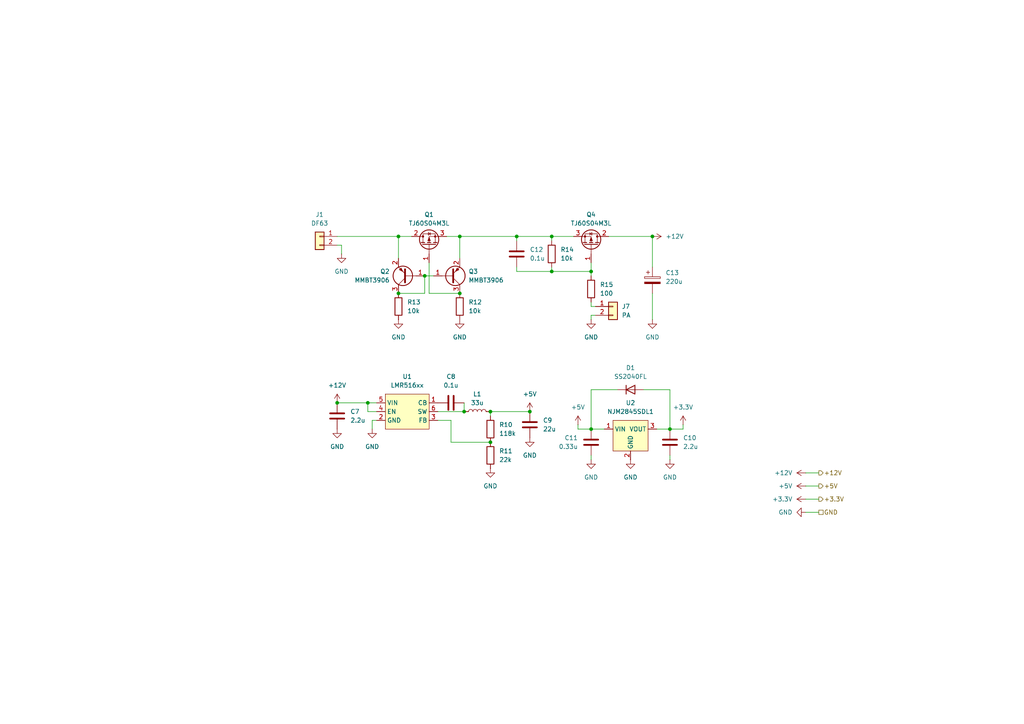
<source format=kicad_sch>
(kicad_sch (version 20250114) (generator "eeschema") (generator_version "9.0")
  (paper "A4")
  (lib_symbols
    (symbol "Connector_Generic:Conn_01x02" (pin_names (offset 1.016) (hide yes))
      (property "Reference" "J" (at 0 2.54 0))
      (property "Value" "Conn_01x02" (at 0 -5.08 0))
      (symbol "Conn_01x02_1_1"
        (rectangle (start -1.27 1.27) (end 1.27 -3.81) (stroke (width 0.254)) (fill (type background)))
        (rectangle (start -1.27 0.127) (end 0 -0.127) (stroke (width 0.1524)))
        (rectangle (start -1.27 -2.413) (end 0 -2.667) (stroke (width 0.1524)))
        (pin passive line (at -5.08 0 0) (length 3.81) (name "Pin_1") (number "1"))
        (pin passive line (at -5.08 -2.54 0) (length 3.81) (name "Pin_2") (number "2"))
      )
    )
    (symbol "Device:C" (pin_numbers (hide yes)) (pin_names (offset 0.254))
      (property "Reference" "C" (at 0.635 2.54 0))
      (property "Value" "C" (at 0.635 -2.54 0))
      (symbol "C_0_1"
        (polyline (pts (xy -2.032 0.762) (xy 2.032 0.762)) (stroke (width 0.508)))
        (polyline (pts (xy -2.032 -0.762) (xy 2.032 -0.762)) (stroke (width 0.508)))
      )
      (symbol "C_1_1"
        (pin passive line (at 0 3.81 270) (length 2.794) (name "~") (number "1"))
        (pin passive line (at 0 -3.81 90) (length 2.794) (name "~") (number "2"))
      )
    )
    (symbol "Device:C_Polarized" (pin_numbers (hide yes)) (pin_names (offset 0.254))
      (property "Reference" "C" (at 0.635 2.54 0))
      (property "Value" "C_Polarized" (at 0.635 -2.54 0))
      (symbol "C_Polarized_0_1"
        (rectangle (start -2.286 0.508) (end 2.286 1.016))
        (polyline (pts (xy -1.778 2.286) (xy -0.762 2.286)))
        (polyline (pts (xy -1.27 2.794) (xy -1.27 1.778)))
        (rectangle (start 2.286 -0.508) (end -2.286 -1.016) (fill (type outline)))
      )
      (symbol "C_Polarized_1_1"
        (pin passive line (at 0 3.81 270) (length 2.794) (name "~") (number "1"))
        (pin passive line (at 0 -3.81 90) (length 2.794) (name "~") (number "2"))
      )
    )
    (symbol "Device:D" (pin_numbers (hide yes)) (pin_names (offset 1.016) (hide yes))
      (property "Reference" "D" (at 0 2.54 0))
      (property "Value" "D" (at 0 -2.54 0))
      (symbol "D_0_1"
        (polyline (pts (xy -1.27 1.27) (xy -1.27 -1.27)) (stroke (width 0.254)))
        (polyline (pts (xy 1.27 1.27) (xy 1.27 -1.27) (xy -1.27 0) (xy 1.27 1.27)) (stroke (width 0.254)))
        (polyline (pts (xy 1.27 0) (xy -1.27 0)))
      )
      (symbol "D_1_1"
        (pin passive line (at -3.81 0 0) (length 2.54) (name "K") (number "1"))
        (pin passive line (at 3.81 0 180) (length 2.54) (name "A") (number "2"))
      )
    )
    (symbol "Device:L" (pin_numbers (hide yes)) (pin_names (offset 1.016) (hide yes))
      (property "Reference" "L" (at -1.27 0 90))
      (property "Value" "L" (at 1.905 0 90))
      (symbol "L_0_1"
        (arc (start 0 2.54) (mid 0.6323 1.905) (end 0 1.27))
        (arc (start 0 1.27) (mid 0.6323 0.635) (end 0 0))
        (arc (start 0 0) (mid 0.6323 -0.635) (end 0 -1.27))
        (arc (start 0 -1.27) (mid 0.6323 -1.905) (end 0 -2.54))
      )
      (symbol "L_1_1"
        (pin passive line (at 0 3.81 270) (length 1.27) (name "1") (number "1"))
        (pin passive line (at 0 -3.81 90) (length 1.27) (name "2") (number "2"))
      )
    )
    (symbol "Device:R" (pin_numbers (hide yes)) (pin_names (offset 0))
      (property "Reference" "R" (at 2.032 0 90))
      (property "Value" "R" (at 0 0 90))
      (symbol "R_0_1"
        (rectangle (start -1.016 -2.54) (end 1.016 2.54) (stroke (width 0.254)))
      )
      (symbol "R_1_1"
        (pin passive line (at 0 3.81 270) (length 1.27) (name "~") (number "1"))
        (pin passive line (at 0 -3.81 90) (length 1.27) (name "~") (number "2"))
      )
    )
    (symbol "Transistor_BJT:MMBT3906" (pin_names (offset 0) (hide yes))
      (property "Reference" "Q" (at 5.08 1.905 0))
      (property "Value" "MMBT3906" (at 5.08 0 0))
      (symbol "MMBT3906_0_1"
        (polyline (pts (xy -2.54 0) (xy 0.635 0)))
        (polyline (pts (xy 0.635 1.905) (xy 0.635 -1.905)) (stroke (width 0.508)))
        (polyline (pts (xy 0.635 0.635) (xy 2.54 2.54)))
        (polyline (pts (xy 0.635 -0.635) (xy 2.54 -2.54)))
        (circle (center 1.27 0) (radius 2.8194) (stroke (width 0.254)))
        (polyline (pts (xy 2.286 -1.778) (xy 1.778 -2.286) (xy 1.27 -1.27) (xy 2.286 -1.778)) (fill (type outline)))
      )
      (symbol "MMBT3906_1_1"
        (pin input line (at -5.08 0 0) (length 2.54) (name "B") (number "1"))
        (pin passive line (at 2.54 5.08 270) (length 2.54) (name "C") (number "3"))
        (pin passive line (at 2.54 -5.08 90) (length 2.54) (name "E") (number "2"))
      )
    )
    (symbol "Transistor_FET:Q_PMOS_GDS" (pin_names (offset 0) (hide yes))
      (property "Reference" "Q" (at 5.08 1.905 0))
      (property "Value" "Q_PMOS_GDS" (at 5.08 0 0))
      (symbol "Q_PMOS_GDS_0_1"
        (polyline (pts (xy 0.254 1.905) (xy 0.254 -1.905)) (stroke (width 0.254)))
        (polyline (pts (xy 0.254 0) (xy -2.54 0)))
        (polyline (pts (xy 0.762 2.286) (xy 0.762 1.27)) (stroke (width 0.254)))
        (polyline (pts (xy 0.762 1.778) (xy 3.302 1.778) (xy 3.302 -1.778) (xy 0.762 -1.778)))
        (polyline (pts (xy 0.762 0.508) (xy 0.762 -0.508)) (stroke (width 0.254)))
        (polyline (pts (xy 0.762 -1.27) (xy 0.762 -2.286)) (stroke (width 0.254)))
        (circle (center 1.651 0) (radius 2.794) (stroke (width 0.254)))
        (polyline (pts (xy 2.286 0) (xy 1.27 0.381) (xy 1.27 -0.381) (xy 2.286 0)) (fill (type outline)))
        (polyline (pts (xy 2.54 2.54) (xy 2.54 1.778)))
        (circle (center 2.54 1.778) (radius 0.254) (fill (type outline)))
        (circle (center 2.54 -1.778) (radius 0.254) (fill (type outline)))
        (polyline (pts (xy 2.54 -2.54) (xy 2.54 0) (xy 0.762 0)))
        (polyline (pts (xy 2.921 -0.381) (xy 3.683 -0.381)))
        (polyline (pts (xy 3.302 -0.381) (xy 2.921 0.254) (xy 3.683 0.254) (xy 3.302 -0.381)))
      )
      (symbol "Q_PMOS_GDS_1_1"
        (pin input line (at -5.08 0 0) (length 2.54) (name "G") (number "1"))
        (pin passive line (at 2.54 5.08 270) (length 2.54) (name "D") (number "2"))
        (pin passive line (at 2.54 -5.08 90) (length 2.54) (name "S") (number "3"))
      )
    )
    (symbol "mylib:LMR51610"
      (property "Reference" "U" (at 0 8.382 0))
      (property "Value" "LMR516xx" (at 0 6.35 0))
      (symbol "LMR51610_1_1"
        (rectangle (start -6.35 5.08) (end 6.35 -5.08) (fill (type background)))
        (pin power_in line (at -8.89 2.54 0) (length 2.54) (name "VIN") (number "5"))
        (pin input line (at -8.89 0 0) (length 2.54) (name "EN") (number "4"))
        (pin power_in line (at -8.89 -2.54 0) (length 2.54) (name "GND") (number "2"))
        (pin input line (at 8.89 2.54 180) (length 2.54) (name "CB") (number "1"))
        (pin power_out line (at 8.89 0 180) (length 2.54) (name "SW") (number "6"))
        (pin input line (at 8.89 -2.54 180) (length 2.54) (name "FB") (number "3"))
      )
    )
    (symbol "mylib:NJM2845"
      (property "Reference" "U" (at 0 1.016 0))
      (property "Value" "NJM2845SDL1" (at 0 0 0))
      (symbol "NJM2845_1_1"
        (rectangle (start -5.08 0) (end 5.08 -8.89) (fill (type background)))
        (pin power_in line (at -7.62 -2.54 0) (length 2.54) (name "VIN") (number "1"))
        (pin power_in line (at 0 -11.43 90) (length 2.54) (name "GND") (number "2"))
        (pin power_out line (at 7.62 -2.54 180) (length 2.54) (name "VOUT") (number "3"))
      )
    )
    (symbol "power:+12V" (power) (pin_numbers (hide yes)) (pin_names (offset 0) (hide yes))
      (property "Value" "+12V" (at 0 3.556 0))
      (symbol "+12V_0_1"
        (polyline (pts (xy -0.762 1.27) (xy 0 2.54)))
        (polyline (pts (xy 0 2.54) (xy 0.762 1.27)))
        (polyline (pts (xy 0 0) (xy 0 2.54)))
      )
      (symbol "+12V_1_1"
        (pin power_in line (at 0 0 90) (length 0) (name "~") (number "1"))
      )
    )
    (symbol "power:+3.3V" (power) (pin_numbers (hide yes)) (pin_names (offset 0) (hide yes))
      (property "Value" "+3.3V" (at 0 3.556 0))
      (symbol "+3.3V_0_1"
        (polyline (pts (xy -0.762 1.27) (xy 0 2.54)))
        (polyline (pts (xy 0 2.54) (xy 0.762 1.27)))
        (polyline (pts (xy 0 0) (xy 0 2.54)))
      )
      (symbol "+3.3V_1_1"
        (pin power_in line (at 0 0 90) (length 0) (name "~") (number "1"))
      )
    )
    (symbol "power:+5V" (power) (pin_numbers (hide yes)) (pin_names (offset 0) (hide yes))
      (property "Value" "+5V" (at 0 3.556 0))
      (symbol "+5V_0_1"
        (polyline (pts (xy -0.762 1.27) (xy 0 2.54)))
        (polyline (pts (xy 0 2.54) (xy 0.762 1.27)))
        (polyline (pts (xy 0 0) (xy 0 2.54)))
      )
      (symbol "+5V_1_1"
        (pin power_in line (at 0 0 90) (length 0) (name "~") (number "1"))
      )
    )
    (symbol "power:GND" (power) (pin_numbers (hide yes)) (pin_names (offset 0) (hide yes))
      (property "Value" "GND" (at 0 -3.81 0))
      (symbol "GND_0_1"
        (polyline (pts (xy 0 0) (xy 0 -1.27) (xy 1.27 -1.27) (xy 0 -2.54) (xy -1.27 -1.27) (xy 0 -1.27)))
      )
      (symbol "GND_1_1"
        (pin power_in line (at 0 0 270) (length 0) (name "~") (number "1"))
      )
    )
  )
  (junction (at 160.02 78.74))
  (junction (at 133.35 68.58))
  (junction (at 153.67 119.38))
  (junction (at 134.62 119.38))
  (junction (at 133.35 85.09))
  (junction (at 115.57 68.58))
  (junction (at 106.68 116.84))
  (junction (at 142.24 128.27))
  (junction (at 123.19 80.01))
  (junction (at 142.24 119.38))
  (junction (at 160.02 68.58))
  (junction (at 194.31 124.46))
  (junction (at 171.45 78.74))
  (junction (at 189.23 68.58))
  (junction (at 171.45 124.46))
  (junction (at 149.86 68.58))
  (junction (at 115.57 85.09))
  (junction (at 97.79 116.84))
  (wire (pts (xy 127 119.38) (xy 134.62 119.38)))
  (wire (pts (xy 97.79 116.84) (xy 106.68 116.84)))
  (wire (pts (xy 106.68 116.84) (xy 109.22 116.84)))
  (wire (pts (xy 99.06 71.12) (xy 97.79 71.12)))
  (wire (pts (xy 233.68 140.97) (xy 237.49 140.97)))
  (wire (pts (xy 109.22 119.38) (xy 106.68 119.38)))
  (wire (pts (xy 233.68 144.78) (xy 237.49 144.78)))
  (wire (pts (xy 171.45 132.08) (xy 171.45 133.35)))
  (wire (pts (xy 123.19 80.01) (xy 125.73 80.01)))
  (wire (pts (xy 142.24 119.38) (xy 153.67 119.38)))
  (wire (pts (xy 130.81 121.92) (xy 130.81 128.27)))
  (wire (pts (xy 149.86 68.58) (xy 160.02 68.58)))
  (wire (pts (xy 130.81 128.27) (xy 142.24 128.27)))
  (wire (pts (xy 107.95 124.46) (xy 107.95 121.92)))
  (wire (pts (xy 160.02 77.47) (xy 160.02 78.74)))
  (wire (pts (xy 190.5 124.46) (xy 194.31 124.46)))
  (wire (pts (xy 124.46 85.09) (xy 133.35 85.09)))
  (wire (pts (xy 160.02 68.58) (xy 160.02 69.85)))
  (wire (pts (xy 198.12 124.46) (xy 194.31 124.46)))
  (wire (pts (xy 124.46 76.2) (xy 124.46 85.09)))
  (wire (pts (xy 123.19 80.01) (xy 123.19 85.09)))
  (wire (pts (xy 189.23 77.47) (xy 189.23 68.58)))
  (wire (pts (xy 123.19 85.09) (xy 115.57 85.09)))
  (wire (pts (xy 172.72 88.9) (xy 171.45 88.9)))
  (wire (pts (xy 133.35 68.58) (xy 133.35 74.93)))
  (wire (pts (xy 171.45 91.44) (xy 172.72 91.44)))
  (wire (pts (xy 134.62 116.84) (xy 134.62 119.38)))
  (wire (pts (xy 233.68 137.16) (xy 237.49 137.16)))
  (wire (pts (xy 149.86 78.74) (xy 160.02 78.74)))
  (wire (pts (xy 171.45 113.03) (xy 179.07 113.03)))
  (wire (pts (xy 189.23 68.58) (xy 176.53 68.58)))
  (wire (pts (xy 194.31 113.03) (xy 194.31 124.46)))
  (wire (pts (xy 194.31 132.08) (xy 194.31 133.35)))
  (wire (pts (xy 127 121.92) (xy 130.81 121.92)))
  (wire (pts (xy 186.69 113.03) (xy 194.31 113.03)))
  (wire (pts (xy 171.45 87.63) (xy 171.45 88.9)))
  (wire (pts (xy 167.64 124.46) (xy 171.45 124.46)))
  (wire (pts (xy 149.86 68.58) (xy 149.86 69.85)))
  (wire (pts (xy 99.06 73.66) (xy 99.06 71.12)))
  (wire (pts (xy 106.68 119.38) (xy 106.68 116.84)))
  (wire (pts (xy 167.64 123.19) (xy 167.64 124.46)))
  (wire (pts (xy 133.35 68.58) (xy 129.54 68.58)))
  (wire (pts (xy 160.02 68.58) (xy 166.37 68.58)))
  (wire (pts (xy 171.45 92.71) (xy 171.45 91.44)))
  (wire (pts (xy 97.79 68.58) (xy 115.57 68.58)))
  (wire (pts (xy 171.45 124.46) (xy 171.45 113.03)))
  (wire (pts (xy 171.45 124.46) (xy 175.26 124.46)))
  (wire (pts (xy 107.95 121.92) (xy 109.22 121.92)))
  (wire (pts (xy 115.57 68.58) (xy 119.38 68.58)))
  (wire (pts (xy 189.23 85.09) (xy 189.23 92.71)))
  (wire (pts (xy 133.35 68.58) (xy 149.86 68.58)))
  (wire (pts (xy 233.68 148.59) (xy 237.49 148.59)))
  (wire (pts (xy 142.24 119.38) (xy 142.24 120.65)))
  (wire (pts (xy 149.86 77.47) (xy 149.86 78.74)))
  (wire (pts (xy 171.45 78.74) (xy 171.45 76.2)))
  (wire (pts (xy 198.12 123.19) (xy 198.12 124.46)))
  (wire (pts (xy 171.45 78.74) (xy 171.45 80.01)))
  (wire (pts (xy 160.02 78.74) (xy 171.45 78.74)))
  (wire (pts (xy 115.57 74.93) (xy 115.57 68.58)))
  (hierarchical_label "+5V" (shape output) (at 237.49 140.97 0))
  (hierarchical_label "+3.3V" (shape output) (at 237.49 144.78 0))
  (hierarchical_label "+12V" (shape output) (at 237.49 137.16 0))
  (hierarchical_label "GND" (shape passive) (at 237.49 148.59 0))
  (symbol (lib_id "power:GND") (at 115.57 92.71 0) (unit 1)
    (property "Reference" "#PWR051" (effects (hide yes)))
    (property "Value" "GND" (at 115.57 97.79 0))
    (property "Description" "Power symbol creates a global label with name \"GND\" , ground" (effects (hide yes)))
  )
  (symbol (lib_id "Connector_Generic:Conn_01x02") (at 92.71 68.58 0) (mirror y) (unit 1)
    (property "Reference" "J1" (at 92.71 62.23 0))
    (property "Value" "DF63" (at 92.71 64.77 0))
    (property "Footprint" "mylib:DF63M-2P-3.96DS" (effects (hide yes)))
    (property "Description" "Generic connector, single row, 01x02, script generated (kicad-library-utils/schlib/autogen/connector/)" (effects (hide yes)))
  )
  (symbol (lib_id "power:+5V") (at 167.64 123.19 0) (unit 1)
    (property "Reference" "#PWR046" (effects (hide yes)))
    (property "Value" "+5V" (at 167.64 118.11 0))
    (property "Description" "Power symbol creates a global label with name \"+5V\"" (effects (hide yes)))
  )
  (symbol (lib_id "power:GND") (at 182.88 133.35 0) (unit 1)
    (property "Reference" "#PWR048" (effects (hide yes)))
    (property "Value" "GND" (at 182.88 138.43 0))
    (property "Description" "Power symbol creates a global label with name \"GND\" , ground" (effects (hide yes)))
  )
  (symbol (lib_id "Device:R") (at 142.24 124.46 0) (unit 1)
    (property "Reference" "R10" (at 144.78 123.1899 0) (effects (justify left)))
    (property "Value" "118k" (at 144.78 125.7299 0) (effects (justify left)))
    (property "Footprint" "Resistor_SMD:R_0402_1005Metric" (effects (hide yes)))
    (property "Description" "Resistor" (effects (hide yes)))
  )
  (symbol (lib_id "Device:R") (at 160.02 73.66 0) (unit 1)
    (property "Reference" "R14" (at 162.56 72.3899 0) (effects (justify left)))
    (property "Value" "10k" (at 162.56 74.9299 0) (effects (justify left)))
    (property "Footprint" "Resistor_SMD:R_0603_1608Metric_Pad0.98x0.95mm_HandSolder" (effects (hide yes)))
    (property "Description" "Resistor" (effects (hide yes)))
  )
  (symbol (lib_id "power:+12V") (at 189.23 68.58 270) (unit 1)
    (property "Reference" "#PWR056" (effects (hide yes)))
    (property "Value" "+12V" (at 193.04 68.5799 90) (effects (justify left)))
    (property "Description" "Power symbol creates a global label with name \"+12V\"" (effects (hide yes)))
  )
  (symbol (lib_id "power:GND") (at 133.35 92.71 0) (unit 1)
    (property "Reference" "#PWR052" (effects (hide yes)))
    (property "Value" "GND" (at 133.35 97.79 0))
    (property "Description" "Power symbol creates a global label with name \"GND\" , ground" (effects (hide yes)))
  )
  (symbol (lib_id "power:GND") (at 107.95 124.46 0) (unit 1)
    (property "Reference" "#PWR041" (effects (hide yes)))
    (property "Value" "GND" (at 107.95 129.54 0))
    (property "Description" "Power symbol creates a global label with name \"GND\" , ground" (effects (hide yes)))
  )
  (symbol (lib_id "power:GND") (at 194.31 133.35 0) (unit 1)
    (property "Reference" "#PWR049" (effects (hide yes)))
    (property "Value" "GND" (at 194.31 138.43 0))
    (property "Description" "Power symbol creates a global label with name \"GND\" , ground" (effects (hide yes)))
  )
  (symbol (lib_id "Transistor_BJT:MMBT3906") (at 118.11 80.01 180) (unit 1)
    (property "Reference" "Q2" (at 113.03 78.7399 0) (effects (justify left)))
    (property "Value" "MMBT3906" (at 113.03 81.2799 0) (effects (justify left)))
    (property "Footprint" "Package_TO_SOT_SMD:SOT-23" (effects (hide yes)))
    (property "Datasheet" "https://www.onsemi.com/pdf/datasheet/pzt3906-d.pdf" (effects (hide yes)))
    (property "Description" "-0.2A Ic, -40V Vce, Small Signal PNP Transistor, SOT-23" (effects (hide yes)))
  )
  (symbol (lib_id "Transistor_FET:Q_PMOS_GDS") (at 171.45 71.12 270) (mirror x) (unit 1)
    (property "Reference" "Q4" (at 171.45 62.23 90))
    (property "Value" "TJ60S04M3L" (at 171.45 64.77 90))
    (property "Footprint" "Package_TO_SOT_SMD:TO-252-2" (effects (hide yes)))
    (property "Description" "P-MOSFET transistor, gate/drain/source" (effects (hide yes)))
  )
  (symbol (lib_id "Device:C") (at 153.67 123.19 0) (unit 1)
    (property "Reference" "C9" (at 157.48 121.9199 0) (effects (justify left)))
    (property "Value" "22u" (at 157.48 124.4599 0) (effects (justify left)))
    (property "Footprint" "Capacitor_SMD:C_0805_2012Metric" (effects (hide yes)))
    (property "Description" "Unpolarized capacitor" (effects (hide yes)))
  )
  (symbol (lib_id "power:GND") (at 171.45 133.35 0) (unit 1)
    (property "Reference" "#PWR050" (effects (hide yes)))
    (property "Value" "GND" (at 171.45 138.43 0))
    (property "Description" "Power symbol creates a global label with name \"GND\" , ground" (effects (hide yes)))
  )
  (symbol (lib_id "Device:D") (at 182.88 113.03 0) (unit 1)
    (property "Reference" "D1" (at 182.88 106.68 0))
    (property "Value" "SS2040FL" (at 182.88 109.22 0))
    (property "Footprint" "Diode_SMD:Nexperia_CFP3_SOD-123W" (effects (hide yes)))
    (property "Description" "Diode" (effects (hide yes)))
    (property "Sim.Device" "D" (effects (hide yes)))
    (property "Sim.Pins" "1=K 2=A" (effects (hide yes)))
  )
  (symbol (lib_id "power:+5V") (at 153.67 119.38 0) (unit 1)
    (property "Reference" "#PWR045" (effects (hide yes)))
    (property "Value" "+5V" (at 153.67 114.3 0))
    (property "Description" "Power symbol creates a global label with name \"+5V\"" (effects (hide yes)))
  )
  (symbol (lib_id "power:GND") (at 189.23 92.71 0) (unit 1)
    (property "Reference" "#PWR055" (effects (hide yes)))
    (property "Value" "GND" (at 189.23 97.79 0))
    (property "Description" "Power symbol creates a global label with name \"GND\" , ground" (effects (hide yes)))
  )
  (symbol (lib_id "Device:R") (at 115.57 88.9 0) (unit 1)
    (property "Reference" "R13" (at 118.11 87.6299 0) (effects (justify left)))
    (property "Value" "10k" (at 118.11 90.1699 0) (effects (justify left)))
    (property "Footprint" "Resistor_SMD:R_0402_1005Metric" (effects (hide yes)))
    (property "Description" "Resistor" (effects (hide yes)))
  )
  (symbol (lib_id "Device:C") (at 130.81 116.84 90) (unit 1)
    (property "Reference" "C8" (at 130.81 109.22 90))
    (property "Value" "0.1u" (at 130.81 111.76 90))
    (property "Footprint" "Capacitor_SMD:C_0402_1005Metric" (effects (hide yes)))
    (property "Description" "Unpolarized capacitor" (effects (hide yes)))
  )
  (symbol (lib_id "Device:R") (at 142.24 132.08 0) (unit 1)
    (property "Reference" "R11" (at 144.78 130.8099 0) (effects (justify left)))
    (property "Value" "22k" (at 144.78 133.3499 0) (effects (justify left)))
    (property "Footprint" "Resistor_SMD:R_0402_1005Metric" (effects (hide yes)))
    (property "Description" "Resistor" (effects (hide yes)))
  )
  (symbol (lib_id "Transistor_BJT:MMBT3906") (at 130.81 80.01 0) (mirror x) (unit 1)
    (property "Reference" "Q3" (at 135.89 78.7399 0) (effects (justify left)))
    (property "Value" "MMBT3906" (at 135.89 81.2799 0) (effects (justify left)))
    (property "Footprint" "Package_TO_SOT_SMD:SOT-23" (effects (hide yes)))
    (property "Datasheet" "https://www.onsemi.com/pdf/datasheet/pzt3906-d.pdf" (effects (hide yes)))
    (property "Description" "-0.2A Ic, -40V Vce, Small Signal PNP Transistor, SOT-23" (effects (hide yes)))
  )
  (symbol (lib_id "power:GND") (at 233.68 148.59 270) (unit 1)
    (property "Reference" "#PWR060" (effects (hide yes)))
    (property "Value" "GND" (at 229.87 148.5899 90) (effects (justify right)))
    (property "Description" "Power symbol creates a global label with name \"GND\" , ground" (effects (hide yes)))
  )
  (symbol (lib_id "Device:R") (at 171.45 83.82 0) (unit 1)
    (property "Reference" "R15" (at 173.99 82.5499 0) (effects (justify left)))
    (property "Value" "100" (at 173.99 85.0899 0) (effects (justify left)))
    (property "Footprint" "Resistor_SMD:R_0603_1608Metric_Pad0.98x0.95mm_HandSolder" (effects (hide yes)))
    (property "Description" "Resistor" (effects (hide yes)))
  )
  (symbol (lib_id "Device:C") (at 171.45 128.27 0) (mirror x) (unit 1)
    (property "Reference" "C11" (at 167.64 126.9999 0) (effects (justify right)))
    (property "Value" "0.33u" (at 167.64 129.5399 0) (effects (justify right)))
    (property "Footprint" "Capacitor_SMD:C_0603_1608Metric_Pad1.08x0.95mm_HandSolder" (effects (hide yes)))
    (property "Description" "Unpolarized capacitor" (effects (hide yes)))
  )
  (symbol (lib_id "Device:L") (at 138.43 119.38 90) (unit 1)
    (property "Reference" "L1" (at 138.43 114.3 90))
    (property "Value" "33u" (at 138.43 116.84 90))
    (property "Footprint" "Inductor_SMD:L_APV_ANR5040" (effects (hide yes)))
    (property "Description" "Inductor" (effects (hide yes)))
  )
  (symbol (lib_id "Device:C") (at 149.86 73.66 180) (unit 1)
    (property "Reference" "C12" (at 153.67 72.3899 0) (effects (justify right)))
    (property "Value" "0.1u" (at 153.67 74.9299 0) (effects (justify right)))
    (property "Footprint" "Capacitor_SMD:C_0603_1608Metric_Pad1.08x0.95mm_HandSolder" (effects (hide yes)))
    (property "Description" "Unpolarized capacitor" (effects (hide yes)))
  )
  (symbol (lib_id "power:GND") (at 97.79 124.46 0) (unit 1)
    (property "Reference" "#PWR040" (effects (hide yes)))
    (property "Value" "GND" (at 97.79 129.54 0))
    (property "Description" "Power symbol creates a global label with name \"GND\" , ground" (effects (hide yes)))
  )
  (symbol (lib_id "Connector_Generic:Conn_01x02") (at 177.8 88.9 0) (unit 1)
    (property "Reference" "J7" (at 180.34 88.8999 0) (effects (justify left)))
    (property "Value" "PA" (at 180.34 91.4399 0) (effects (justify left)))
    (property "Footprint" "mylib:S02B-PASK-2" (effects (hide yes)))
    (property "Description" "Generic connector, single row, 01x02, script generated (kicad-library-utils/schlib/autogen/connector/)" (effects (hide yes)))
  )
  (symbol (lib_id "power:+5V") (at 233.68 140.97 90) (unit 1)
    (property "Reference" "#PWR058" (effects (hide yes)))
    (property "Value" "+5V" (at 229.87 140.9699 90) (effects (justify left)))
    (property "Description" "Power symbol creates a global label with name \"+5V\"" (effects (hide yes)))
  )
  (symbol (lib_id "power:+3.3V") (at 233.68 144.78 90) (unit 1)
    (property "Reference" "#PWR059" (effects (hide yes)))
    (property "Value" "+3.3V" (at 229.87 144.7799 90) (effects (justify left)))
    (property "Description" "Power symbol creates a global label with name \"+3.3V\"" (effects (hide yes)))
  )
  (symbol (lib_id "power:GND") (at 142.24 135.89 0) (unit 1)
    (property "Reference" "#PWR043" (effects (hide yes)))
    (property "Value" "GND" (at 142.24 140.97 0))
    (property "Description" "Power symbol creates a global label with name \"GND\" , ground" (effects (hide yes)))
  )
  (symbol (lib_id "power:+3.3V") (at 198.12 123.19 0) (unit 1)
    (property "Reference" "#PWR047" (effects (hide yes)))
    (property "Value" "+3.3V" (at 198.12 118.11 0))
    (property "Description" "Power symbol creates a global label with name \"+3.3V\"" (effects (hide yes)))
  )
  (symbol (lib_id "power:GND") (at 99.06 73.66 0) (unit 1)
    (property "Reference" "#PWR053" (effects (hide yes)))
    (property "Value" "GND" (at 99.06 78.74 0))
    (property "Description" "Power symbol creates a global label with name \"GND\" , ground" (effects (hide yes)))
  )
  (symbol (lib_id "mylib:LMR51610") (at 118.11 119.38 0) (unit 1)
    (property "Reference" "U1" (at 118.11 109.22 0))
    (property "Value" "LMR516xx" (at 118.11 111.76 0))
    (property "Footprint" "Package_TO_SOT_SMD:SOT-23-6" (effects (hide yes)))
  )
  (symbol (lib_id "power:GND") (at 153.67 127 0) (unit 1)
    (property "Reference" "#PWR044" (effects (hide yes)))
    (property "Value" "GND" (at 153.67 132.08 0))
    (property "Description" "Power symbol creates a global label with name \"GND\" , ground" (effects (hide yes)))
  )
  (symbol (lib_id "Device:C") (at 194.31 128.27 180) (unit 1)
    (property "Reference" "C10" (at 198.12 126.9999 0) (effects (justify right)))
    (property "Value" "2.2u" (at 198.12 129.5399 0) (effects (justify right)))
    (property "Footprint" "Capacitor_SMD:C_0603_1608Metric_Pad1.08x0.95mm_HandSolder" (effects (hide yes)))
    (property "Description" "Unpolarized capacitor" (effects (hide yes)))
  )
  (symbol (lib_id "Device:R") (at 133.35 88.9 0) (unit 1)
    (property "Reference" "R12" (at 135.89 87.6299 0) (effects (justify left)))
    (property "Value" "10k" (at 135.89 90.1699 0) (effects (justify left)))
    (property "Footprint" "Resistor_SMD:R_0402_1005Metric" (effects (hide yes)))
    (property "Description" "Resistor" (effects (hide yes)))
  )
  (symbol (lib_id "power:+12V") (at 233.68 137.16 90) (unit 1)
    (property "Reference" "#PWR057" (effects (hide yes)))
    (property "Value" "+12V" (at 229.87 137.1599 90) (effects (justify left)))
    (property "Description" "Power symbol creates a global label with name \"+12V\"" (effects (hide yes)))
  )
  (symbol (lib_id "power:+12V") (at 97.79 116.84 0) (unit 1)
    (property "Reference" "#PWR042" (effects (hide yes)))
    (property "Value" "+12V" (at 97.79 111.76 0))
    (property "Description" "Power symbol creates a global label with name \"+12V\"" (effects (hide yes)))
  )
  (symbol (lib_id "Transistor_FET:Q_PMOS_GDS") (at 124.46 71.12 90) (unit 1)
    (property "Reference" "Q1" (at 124.46 62.23 90))
    (property "Value" "TJ60S04M3L" (at 124.46 64.77 90))
    (property "Footprint" "Package_TO_SOT_SMD:TO-252-2" (effects (hide yes)))
    (property "Description" "P-MOSFET transistor, gate/drain/source" (effects (hide yes)))
  )
  (symbol (lib_id "Device:C_Polarized") (at 189.23 81.28 0) (unit 1)
    (property "Reference" "C13" (at 193.04 79.1209 0) (effects (justify left)))
    (property "Value" "220u" (at 193.04 81.6609 0) (effects (justify left)))
    (property "Footprint" "Capacitor_THT:CP_Radial_D8.0mm_P3.50mm" (effects (hide yes)))
    (property "Datasheet" "https://akizukidenshi.com/goodsaffix/pzf.pdf" (effects (hide yes)))
    (property "Description" "25PZF220M8X9" (effects (hide yes)))
  )
  (symbol (lib_id "mylib:NJM2845") (at 182.88 121.92 0) (unit 1)
    (property "Reference" "U2" (at 182.88 116.84 0))
    (property "Value" "NJM2845SDL1" (at 182.88 119.38 0))
    (property "Footprint" "Package_TO_SOT_SMD:TO-252-2" (effects (hide yes)))
  )
  (symbol (lib_id "Device:C") (at 97.79 120.65 0) (unit 1)
    (property "Reference" "C7" (at 101.6 119.3799 0) (effects (justify left)))
    (property "Value" "2.2u" (at 101.6 121.9199 0) (effects (justify left)))
    (property "Footprint" "Capacitor_SMD:C_0603_1608Metric" (effects (hide yes)))
    (property "Description" "Unpolarized capacitor" (effects (hide yes)))
  )
  (symbol (lib_id "power:GND") (at 171.45 92.71 0) (unit 1)
    (property "Reference" "#PWR054" (effects (hide yes)))
    (property "Value" "GND" (at 171.45 97.79 0))
    (property "Description" "Power symbol creates a global label with name \"GND\" , ground" (effects (hide yes)))
  )
)
</source>
